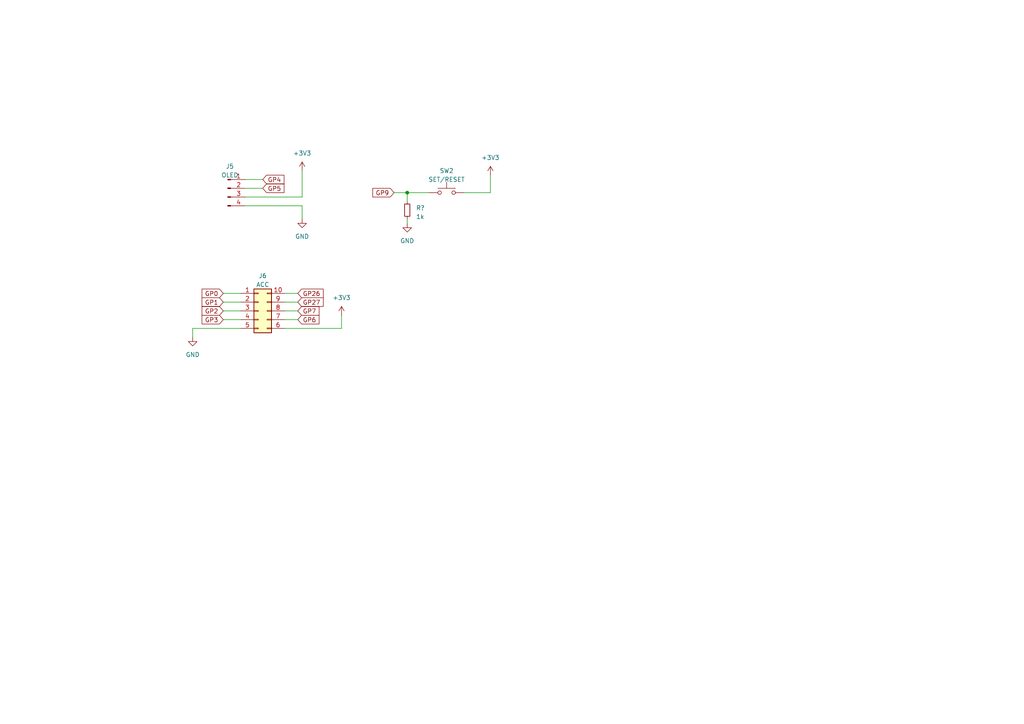
<source format=kicad_sch>
(kicad_sch (version 20230121) (generator eeschema)

  (uuid fb283032-2943-43f4-83fc-3ad68ab187ee)

  (paper "A4")

  (lib_symbols
    (symbol "Connector:Conn_01x04_Pin" (pin_names (offset 1.016) hide) (in_bom yes) (on_board yes)
      (property "Reference" "J" (at 0 5.08 0)
        (effects (font (size 1.27 1.27)))
      )
      (property "Value" "Conn_01x04_Pin" (at 0 -7.62 0)
        (effects (font (size 1.27 1.27)))
      )
      (property "Footprint" "" (at 0 0 0)
        (effects (font (size 1.27 1.27)) hide)
      )
      (property "Datasheet" "~" (at 0 0 0)
        (effects (font (size 1.27 1.27)) hide)
      )
      (property "ki_locked" "" (at 0 0 0)
        (effects (font (size 1.27 1.27)))
      )
      (property "ki_keywords" "connector" (at 0 0 0)
        (effects (font (size 1.27 1.27)) hide)
      )
      (property "ki_description" "Generic connector, single row, 01x04, script generated" (at 0 0 0)
        (effects (font (size 1.27 1.27)) hide)
      )
      (property "ki_fp_filters" "Connector*:*_1x??_*" (at 0 0 0)
        (effects (font (size 1.27 1.27)) hide)
      )
      (symbol "Conn_01x04_Pin_1_1"
        (polyline
          (pts
            (xy 1.27 -5.08)
            (xy 0.8636 -5.08)
          )
          (stroke (width 0.1524) (type default))
          (fill (type none))
        )
        (polyline
          (pts
            (xy 1.27 -2.54)
            (xy 0.8636 -2.54)
          )
          (stroke (width 0.1524) (type default))
          (fill (type none))
        )
        (polyline
          (pts
            (xy 1.27 0)
            (xy 0.8636 0)
          )
          (stroke (width 0.1524) (type default))
          (fill (type none))
        )
        (polyline
          (pts
            (xy 1.27 2.54)
            (xy 0.8636 2.54)
          )
          (stroke (width 0.1524) (type default))
          (fill (type none))
        )
        (rectangle (start 0.8636 -4.953) (end 0 -5.207)
          (stroke (width 0.1524) (type default))
          (fill (type outline))
        )
        (rectangle (start 0.8636 -2.413) (end 0 -2.667)
          (stroke (width 0.1524) (type default))
          (fill (type outline))
        )
        (rectangle (start 0.8636 0.127) (end 0 -0.127)
          (stroke (width 0.1524) (type default))
          (fill (type outline))
        )
        (rectangle (start 0.8636 2.667) (end 0 2.413)
          (stroke (width 0.1524) (type default))
          (fill (type outline))
        )
        (pin passive line (at 5.08 2.54 180) (length 3.81)
          (name "Pin_1" (effects (font (size 1.27 1.27))))
          (number "1" (effects (font (size 1.27 1.27))))
        )
        (pin passive line (at 5.08 0 180) (length 3.81)
          (name "Pin_2" (effects (font (size 1.27 1.27))))
          (number "2" (effects (font (size 1.27 1.27))))
        )
        (pin passive line (at 5.08 -2.54 180) (length 3.81)
          (name "Pin_3" (effects (font (size 1.27 1.27))))
          (number "3" (effects (font (size 1.27 1.27))))
        )
        (pin passive line (at 5.08 -5.08 180) (length 3.81)
          (name "Pin_4" (effects (font (size 1.27 1.27))))
          (number "4" (effects (font (size 1.27 1.27))))
        )
      )
    )
    (symbol "Connector_Generic:Conn_02x05_Counter_Clockwise" (pin_names (offset 1.016) hide) (in_bom yes) (on_board yes)
      (property "Reference" "J" (at 1.27 7.62 0)
        (effects (font (size 1.27 1.27)))
      )
      (property "Value" "Conn_02x05_Counter_Clockwise" (at 1.27 -7.62 0)
        (effects (font (size 1.27 1.27)))
      )
      (property "Footprint" "" (at 0 0 0)
        (effects (font (size 1.27 1.27)) hide)
      )
      (property "Datasheet" "~" (at 0 0 0)
        (effects (font (size 1.27 1.27)) hide)
      )
      (property "ki_keywords" "connector" (at 0 0 0)
        (effects (font (size 1.27 1.27)) hide)
      )
      (property "ki_description" "Generic connector, double row, 02x05, counter clockwise pin numbering scheme (similar to DIP package numbering), script generated (kicad-library-utils/schlib/autogen/connector/)" (at 0 0 0)
        (effects (font (size 1.27 1.27)) hide)
      )
      (property "ki_fp_filters" "Connector*:*_2x??_*" (at 0 0 0)
        (effects (font (size 1.27 1.27)) hide)
      )
      (symbol "Conn_02x05_Counter_Clockwise_1_1"
        (rectangle (start -1.27 -4.953) (end 0 -5.207)
          (stroke (width 0.1524) (type default))
          (fill (type none))
        )
        (rectangle (start -1.27 -2.413) (end 0 -2.667)
          (stroke (width 0.1524) (type default))
          (fill (type none))
        )
        (rectangle (start -1.27 0.127) (end 0 -0.127)
          (stroke (width 0.1524) (type default))
          (fill (type none))
        )
        (rectangle (start -1.27 2.667) (end 0 2.413)
          (stroke (width 0.1524) (type default))
          (fill (type none))
        )
        (rectangle (start -1.27 5.207) (end 0 4.953)
          (stroke (width 0.1524) (type default))
          (fill (type none))
        )
        (rectangle (start -1.27 6.35) (end 3.81 -6.35)
          (stroke (width 0.254) (type default))
          (fill (type background))
        )
        (rectangle (start 3.81 -4.953) (end 2.54 -5.207)
          (stroke (width 0.1524) (type default))
          (fill (type none))
        )
        (rectangle (start 3.81 -2.413) (end 2.54 -2.667)
          (stroke (width 0.1524) (type default))
          (fill (type none))
        )
        (rectangle (start 3.81 0.127) (end 2.54 -0.127)
          (stroke (width 0.1524) (type default))
          (fill (type none))
        )
        (rectangle (start 3.81 2.667) (end 2.54 2.413)
          (stroke (width 0.1524) (type default))
          (fill (type none))
        )
        (rectangle (start 3.81 5.207) (end 2.54 4.953)
          (stroke (width 0.1524) (type default))
          (fill (type none))
        )
        (pin passive line (at -5.08 5.08 0) (length 3.81)
          (name "Pin_1" (effects (font (size 1.27 1.27))))
          (number "1" (effects (font (size 1.27 1.27))))
        )
        (pin passive line (at 7.62 5.08 180) (length 3.81)
          (name "Pin_10" (effects (font (size 1.27 1.27))))
          (number "10" (effects (font (size 1.27 1.27))))
        )
        (pin passive line (at -5.08 2.54 0) (length 3.81)
          (name "Pin_2" (effects (font (size 1.27 1.27))))
          (number "2" (effects (font (size 1.27 1.27))))
        )
        (pin passive line (at -5.08 0 0) (length 3.81)
          (name "Pin_3" (effects (font (size 1.27 1.27))))
          (number "3" (effects (font (size 1.27 1.27))))
        )
        (pin passive line (at -5.08 -2.54 0) (length 3.81)
          (name "Pin_4" (effects (font (size 1.27 1.27))))
          (number "4" (effects (font (size 1.27 1.27))))
        )
        (pin passive line (at -5.08 -5.08 0) (length 3.81)
          (name "Pin_5" (effects (font (size 1.27 1.27))))
          (number "5" (effects (font (size 1.27 1.27))))
        )
        (pin passive line (at 7.62 -5.08 180) (length 3.81)
          (name "Pin_6" (effects (font (size 1.27 1.27))))
          (number "6" (effects (font (size 1.27 1.27))))
        )
        (pin passive line (at 7.62 -2.54 180) (length 3.81)
          (name "Pin_7" (effects (font (size 1.27 1.27))))
          (number "7" (effects (font (size 1.27 1.27))))
        )
        (pin passive line (at 7.62 0 180) (length 3.81)
          (name "Pin_8" (effects (font (size 1.27 1.27))))
          (number "8" (effects (font (size 1.27 1.27))))
        )
        (pin passive line (at 7.62 2.54 180) (length 3.81)
          (name "Pin_9" (effects (font (size 1.27 1.27))))
          (number "9" (effects (font (size 1.27 1.27))))
        )
      )
    )
    (symbol "Device:R_Small" (pin_numbers hide) (pin_names (offset 0.254) hide) (in_bom yes) (on_board yes)
      (property "Reference" "R" (at 0.762 0.508 0)
        (effects (font (size 1.27 1.27)) (justify left))
      )
      (property "Value" "R_Small" (at 0.762 -1.016 0)
        (effects (font (size 1.27 1.27)) (justify left))
      )
      (property "Footprint" "" (at 0 0 0)
        (effects (font (size 1.27 1.27)) hide)
      )
      (property "Datasheet" "~" (at 0 0 0)
        (effects (font (size 1.27 1.27)) hide)
      )
      (property "ki_keywords" "R resistor" (at 0 0 0)
        (effects (font (size 1.27 1.27)) hide)
      )
      (property "ki_description" "Resistor, small symbol" (at 0 0 0)
        (effects (font (size 1.27 1.27)) hide)
      )
      (property "ki_fp_filters" "R_*" (at 0 0 0)
        (effects (font (size 1.27 1.27)) hide)
      )
      (symbol "R_Small_0_1"
        (rectangle (start -0.762 1.778) (end 0.762 -1.778)
          (stroke (width 0.2032) (type default))
          (fill (type none))
        )
      )
      (symbol "R_Small_1_1"
        (pin passive line (at 0 2.54 270) (length 0.762)
          (name "~" (effects (font (size 1.27 1.27))))
          (number "1" (effects (font (size 1.27 1.27))))
        )
        (pin passive line (at 0 -2.54 90) (length 0.762)
          (name "~" (effects (font (size 1.27 1.27))))
          (number "2" (effects (font (size 1.27 1.27))))
        )
      )
    )
    (symbol "Switch:SW_Push" (pin_numbers hide) (pin_names (offset 1.016) hide) (in_bom yes) (on_board yes)
      (property "Reference" "SW" (at 1.27 2.54 0)
        (effects (font (size 1.27 1.27)) (justify left))
      )
      (property "Value" "SW_Push" (at 0 -1.524 0)
        (effects (font (size 1.27 1.27)))
      )
      (property "Footprint" "" (at 0 5.08 0)
        (effects (font (size 1.27 1.27)) hide)
      )
      (property "Datasheet" "~" (at 0 5.08 0)
        (effects (font (size 1.27 1.27)) hide)
      )
      (property "ki_keywords" "switch normally-open pushbutton push-button" (at 0 0 0)
        (effects (font (size 1.27 1.27)) hide)
      )
      (property "ki_description" "Push button switch, generic, two pins" (at 0 0 0)
        (effects (font (size 1.27 1.27)) hide)
      )
      (symbol "SW_Push_0_1"
        (circle (center -2.032 0) (radius 0.508)
          (stroke (width 0) (type default))
          (fill (type none))
        )
        (polyline
          (pts
            (xy 0 1.27)
            (xy 0 3.048)
          )
          (stroke (width 0) (type default))
          (fill (type none))
        )
        (polyline
          (pts
            (xy 2.54 1.27)
            (xy -2.54 1.27)
          )
          (stroke (width 0) (type default))
          (fill (type none))
        )
        (circle (center 2.032 0) (radius 0.508)
          (stroke (width 0) (type default))
          (fill (type none))
        )
        (pin passive line (at -5.08 0 0) (length 2.54)
          (name "1" (effects (font (size 1.27 1.27))))
          (number "1" (effects (font (size 1.27 1.27))))
        )
        (pin passive line (at 5.08 0 180) (length 2.54)
          (name "2" (effects (font (size 1.27 1.27))))
          (number "2" (effects (font (size 1.27 1.27))))
        )
      )
    )
    (symbol "power:+3.3V" (power) (pin_names (offset 0)) (in_bom yes) (on_board yes)
      (property "Reference" "#PWR" (at 0 -3.81 0)
        (effects (font (size 1.27 1.27)) hide)
      )
      (property "Value" "+3.3V" (at 0 3.556 0)
        (effects (font (size 1.27 1.27)))
      )
      (property "Footprint" "" (at 0 0 0)
        (effects (font (size 1.27 1.27)) hide)
      )
      (property "Datasheet" "" (at 0 0 0)
        (effects (font (size 1.27 1.27)) hide)
      )
      (property "ki_keywords" "power-flag" (at 0 0 0)
        (effects (font (size 1.27 1.27)) hide)
      )
      (property "ki_description" "Power symbol creates a global label with name \"+3.3V\"" (at 0 0 0)
        (effects (font (size 1.27 1.27)) hide)
      )
      (symbol "+3.3V_0_1"
        (polyline
          (pts
            (xy -0.762 1.27)
            (xy 0 2.54)
          )
          (stroke (width 0) (type default))
          (fill (type none))
        )
        (polyline
          (pts
            (xy 0 0)
            (xy 0 2.54)
          )
          (stroke (width 0) (type default))
          (fill (type none))
        )
        (polyline
          (pts
            (xy 0 2.54)
            (xy 0.762 1.27)
          )
          (stroke (width 0) (type default))
          (fill (type none))
        )
      )
      (symbol "+3.3V_1_1"
        (pin power_in line (at 0 0 90) (length 0) hide
          (name "+3V3" (effects (font (size 1.27 1.27))))
          (number "1" (effects (font (size 1.27 1.27))))
        )
      )
    )
    (symbol "power:GND" (power) (pin_names (offset 0)) (in_bom yes) (on_board yes)
      (property "Reference" "#PWR" (at 0 -6.35 0)
        (effects (font (size 1.27 1.27)) hide)
      )
      (property "Value" "GND" (at 0 -3.81 0)
        (effects (font (size 1.27 1.27)))
      )
      (property "Footprint" "" (at 0 0 0)
        (effects (font (size 1.27 1.27)) hide)
      )
      (property "Datasheet" "" (at 0 0 0)
        (effects (font (size 1.27 1.27)) hide)
      )
      (property "ki_keywords" "power-flag" (at 0 0 0)
        (effects (font (size 1.27 1.27)) hide)
      )
      (property "ki_description" "Power symbol creates a global label with name \"GND\" , ground" (at 0 0 0)
        (effects (font (size 1.27 1.27)) hide)
      )
      (symbol "GND_0_1"
        (polyline
          (pts
            (xy 0 0)
            (xy 0 -1.27)
            (xy 1.27 -1.27)
            (xy 0 -2.54)
            (xy -1.27 -1.27)
            (xy 0 -1.27)
          )
          (stroke (width 0) (type default))
          (fill (type none))
        )
      )
      (symbol "GND_1_1"
        (pin power_in line (at 0 0 270) (length 0) hide
          (name "GND" (effects (font (size 1.27 1.27))))
          (number "1" (effects (font (size 1.27 1.27))))
        )
      )
    )
  )

  (junction (at 118.11 55.88) (diameter 0) (color 0 0 0 0)
    (uuid c344a957-8fa7-493a-99fe-f8fa422a5a01)
  )

  (wire (pts (xy 118.11 55.88) (xy 118.11 58.42))
    (stroke (width 0) (type default))
    (uuid 02e75f73-e477-4755-8af9-9cb181903078)
  )
  (wire (pts (xy 64.77 87.63) (xy 69.85 87.63))
    (stroke (width 0) (type default))
    (uuid 0756041c-a3e4-4b34-aa26-be33b0054dfb)
  )
  (wire (pts (xy 118.11 55.88) (xy 124.46 55.88))
    (stroke (width 0) (type default))
    (uuid 3aed1a4c-3cb7-496a-8390-27527a40b6ac)
  )
  (wire (pts (xy 64.77 85.09) (xy 69.85 85.09))
    (stroke (width 0) (type default))
    (uuid 3cf49b41-c66c-4bab-8d82-eef3d0bba301)
  )
  (wire (pts (xy 87.63 59.69) (xy 87.63 63.5))
    (stroke (width 0) (type default))
    (uuid 3dc2a3bb-8c97-49dc-94f3-496045e2fdbc)
  )
  (wire (pts (xy 118.11 64.77) (xy 118.11 63.5))
    (stroke (width 0) (type default))
    (uuid 65afe456-1ce2-43eb-b353-d61fe8340002)
  )
  (wire (pts (xy 86.36 90.17) (xy 82.55 90.17))
    (stroke (width 0) (type default))
    (uuid 745a49c7-5b19-4be5-a2c2-1833cc238112)
  )
  (wire (pts (xy 71.12 54.61) (xy 76.2 54.61))
    (stroke (width 0) (type default))
    (uuid 765adc2c-5288-4211-b5a1-992337e80544)
  )
  (wire (pts (xy 86.36 92.71) (xy 82.55 92.71))
    (stroke (width 0) (type default))
    (uuid 81a192af-8b50-4b4a-b874-e499c527da21)
  )
  (wire (pts (xy 82.55 95.25) (xy 99.06 95.25))
    (stroke (width 0) (type default))
    (uuid 88dd9df3-b56f-4eae-ada5-21d00982b48f)
  )
  (wire (pts (xy 142.24 55.88) (xy 134.62 55.88))
    (stroke (width 0) (type default))
    (uuid 8ab9f8f9-46d3-4e94-8ef2-ad86bd7bee07)
  )
  (wire (pts (xy 64.77 90.17) (xy 69.85 90.17))
    (stroke (width 0) (type default))
    (uuid 8ad4f25a-befb-4ae8-9bc9-4d3eb86d906f)
  )
  (wire (pts (xy 71.12 59.69) (xy 87.63 59.69))
    (stroke (width 0) (type default))
    (uuid 8cc17039-9607-433c-bc69-f4fa883c74e8)
  )
  (wire (pts (xy 114.3 55.88) (xy 118.11 55.88))
    (stroke (width 0) (type default))
    (uuid 8d782d28-1605-4338-82cc-92569e58633c)
  )
  (wire (pts (xy 71.12 57.15) (xy 87.63 57.15))
    (stroke (width 0) (type default))
    (uuid 8f8452ab-e9a3-48bd-bfdc-af00ab8ae83b)
  )
  (wire (pts (xy 55.88 95.25) (xy 55.88 97.79))
    (stroke (width 0) (type default))
    (uuid b298d9c1-69fe-4b7b-9385-eaae1ff3722d)
  )
  (wire (pts (xy 99.06 95.25) (xy 99.06 91.44))
    (stroke (width 0) (type default))
    (uuid b6988eae-bb67-4bea-951b-90b4eb3d3715)
  )
  (wire (pts (xy 87.63 57.15) (xy 87.63 49.53))
    (stroke (width 0) (type default))
    (uuid d083f244-dccd-4966-a504-e812fb12e589)
  )
  (wire (pts (xy 142.24 50.8) (xy 142.24 55.88))
    (stroke (width 0) (type default))
    (uuid d2d61086-37c9-42a5-85f5-abe055d693ea)
  )
  (wire (pts (xy 69.85 95.25) (xy 55.88 95.25))
    (stroke (width 0) (type default))
    (uuid dd0faac9-c4b4-4e74-8b0d-09da6c41b54d)
  )
  (wire (pts (xy 86.36 87.63) (xy 82.55 87.63))
    (stroke (width 0) (type default))
    (uuid dd1f1079-ebe4-4e5f-a6b3-94ff7b1d8ff5)
  )
  (wire (pts (xy 71.12 52.07) (xy 76.2 52.07))
    (stroke (width 0) (type default))
    (uuid e2b296a0-66e4-4a4f-877d-3cc612550263)
  )
  (wire (pts (xy 86.36 85.09) (xy 82.55 85.09))
    (stroke (width 0) (type default))
    (uuid e537bbf1-2bb8-4b60-9c0d-353e6bbe6185)
  )
  (wire (pts (xy 64.77 92.71) (xy 69.85 92.71))
    (stroke (width 0) (type default))
    (uuid ffd01999-8deb-4070-a0d7-e444d6f7c0a4)
  )

  (global_label "GP6" (shape input) (at 86.36 92.71 0) (fields_autoplaced)
    (effects (font (size 1.27 1.27)) (justify left))
    (uuid 51832b5b-f570-49d2-ba08-dbdba5f0b0b8)
    (property "Intersheetrefs" "${INTERSHEET_REFS}" (at 93.0153 92.71 0)
      (effects (font (size 1.27 1.27)) (justify left) hide)
    )
  )
  (global_label "GP3" (shape input) (at 64.77 92.71 180) (fields_autoplaced)
    (effects (font (size 1.27 1.27)) (justify right))
    (uuid 7c434f21-595c-47f1-af49-44ee45db0866)
    (property "Intersheetrefs" "${INTERSHEET_REFS}" (at 58.1147 92.71 0)
      (effects (font (size 1.27 1.27)) (justify right) hide)
    )
  )
  (global_label "GP5" (shape input) (at 76.2 54.61 0) (fields_autoplaced)
    (effects (font (size 1.27 1.27)) (justify left))
    (uuid 8878cd38-694e-4650-9878-71cec4d754a8)
    (property "Intersheetrefs" "${INTERSHEET_REFS}" (at 82.8553 54.61 0)
      (effects (font (size 1.27 1.27)) (justify left) hide)
    )
  )
  (global_label "GP26" (shape input) (at 86.36 85.09 0) (fields_autoplaced)
    (effects (font (size 1.27 1.27)) (justify left))
    (uuid abe15b19-40dd-4d45-bfda-633804cf828b)
    (property "Intersheetrefs" "${INTERSHEET_REFS}" (at 94.2248 85.09 0)
      (effects (font (size 1.27 1.27)) (justify left) hide)
    )
  )
  (global_label "GP4" (shape input) (at 76.2 52.07 0) (fields_autoplaced)
    (effects (font (size 1.27 1.27)) (justify left))
    (uuid b49df5fc-116d-49d8-aedc-5d0a962f2752)
    (property "Intersheetrefs" "${INTERSHEET_REFS}" (at 82.8553 52.07 0)
      (effects (font (size 1.27 1.27)) (justify left) hide)
    )
  )
  (global_label "GP9" (shape input) (at 114.3 55.88 180) (fields_autoplaced)
    (effects (font (size 1.27 1.27)) (justify right))
    (uuid c0b9d325-3910-4bdf-b7e5-c41fb562bd11)
    (property "Intersheetrefs" "${INTERSHEET_REFS}" (at 107.6447 55.88 0)
      (effects (font (size 1.27 1.27)) (justify right) hide)
    )
  )
  (global_label "GP1" (shape input) (at 64.77 87.63 180) (fields_autoplaced)
    (effects (font (size 1.27 1.27)) (justify right))
    (uuid c19a7235-716a-4854-b1c7-051a17833791)
    (property "Intersheetrefs" "${INTERSHEET_REFS}" (at 58.1147 87.63 0)
      (effects (font (size 1.27 1.27)) (justify right) hide)
    )
  )
  (global_label "GP0" (shape input) (at 64.77 85.09 180) (fields_autoplaced)
    (effects (font (size 1.27 1.27)) (justify right))
    (uuid d1079a6f-1ba6-44bb-bc9f-92e62a4ad73f)
    (property "Intersheetrefs" "${INTERSHEET_REFS}" (at 58.1147 85.09 0)
      (effects (font (size 1.27 1.27)) (justify right) hide)
    )
  )
  (global_label "GP7" (shape input) (at 86.36 90.17 0) (fields_autoplaced)
    (effects (font (size 1.27 1.27)) (justify left))
    (uuid d2405517-389d-4d2a-93c1-59f4534660a9)
    (property "Intersheetrefs" "${INTERSHEET_REFS}" (at 93.0153 90.17 0)
      (effects (font (size 1.27 1.27)) (justify left) hide)
    )
  )
  (global_label "GP2" (shape input) (at 64.77 90.17 180) (fields_autoplaced)
    (effects (font (size 1.27 1.27)) (justify right))
    (uuid dda04d04-3f28-4a3c-bff2-c560669c4a91)
    (property "Intersheetrefs" "${INTERSHEET_REFS}" (at 58.1147 90.17 0)
      (effects (font (size 1.27 1.27)) (justify right) hide)
    )
  )
  (global_label "GP27" (shape input) (at 86.36 87.63 0) (fields_autoplaced)
    (effects (font (size 1.27 1.27)) (justify left))
    (uuid e5b6ab47-954a-43ab-a7e1-773409bd1201)
    (property "Intersheetrefs" "${INTERSHEET_REFS}" (at 94.2248 87.63 0)
      (effects (font (size 1.27 1.27)) (justify left) hide)
    )
  )

  (symbol (lib_id "power:+3.3V") (at 142.24 50.8 0) (unit 1)
    (in_bom yes) (on_board yes) (dnp no) (fields_autoplaced)
    (uuid 16b0641a-bac8-4f9e-b874-9201c45fc805)
    (property "Reference" "#PWR?" (at 142.24 54.61 0)
      (effects (font (size 1.27 1.27)) hide)
    )
    (property "Value" "+3.3V" (at 142.24 45.72 0)
      (effects (font (size 1.27 1.27)))
    )
    (property "Footprint" "" (at 142.24 50.8 0)
      (effects (font (size 1.27 1.27)) hide)
    )
    (property "Datasheet" "" (at 142.24 50.8 0)
      (effects (font (size 1.27 1.27)) hide)
    )
    (pin "1" (uuid 2bf79282-c7ab-46d7-b267-da49ef61708f))
    (instances
      (project "Prometheus_PCB"
        (path "/e45fcfed-f0fa-4774-a755-a370fc083a7b/d1e6e2eb-7008-4676-a994-18bb57665d3b"
          (reference "#PWR?") (unit 1)
        )
      )
      (project "Force sensor board"
        (path "/f137e4cd-6eab-42ee-a6e0-578fea995183/0d915788-e59a-41a6-a701-49ddece7bb46"
          (reference "#PWR?") (unit 1)
        )
        (path "/f137e4cd-6eab-42ee-a6e0-578fea995183/241b459e-da9d-495f-bc9f-221f4edb6a45"
          (reference "#PWR068") (unit 1)
        )
      )
    )
  )

  (symbol (lib_id "Switch:SW_Push") (at 129.54 55.88 0) (unit 1)
    (in_bom yes) (on_board yes) (dnp no) (fields_autoplaced)
    (uuid 212b9b18-9d87-4822-8810-6fa5c12032b0)
    (property "Reference" "SW2" (at 129.54 49.53 0)
      (effects (font (size 1.27 1.27)))
    )
    (property "Value" "SET/RESET" (at 129.54 52.07 0)
      (effects (font (size 1.27 1.27)))
    )
    (property "Footprint" "Button_Switch_SMD:SW_Push_SPST_NO_Alps_SKRK" (at 129.54 50.8 0)
      (effects (font (size 1.27 1.27)) hide)
    )
    (property "Datasheet" "~" (at 129.54 50.8 0)
      (effects (font (size 1.27 1.27)) hide)
    )
    (pin "1" (uuid dc71aa66-d591-4d3b-a1d4-82249f43044e))
    (pin "2" (uuid b58ea1f4-0ea0-4af7-b781-4aa8a6179fb2))
    (instances
      (project "Force sensor board"
        (path "/f137e4cd-6eab-42ee-a6e0-578fea995183/241b459e-da9d-495f-bc9f-221f4edb6a45"
          (reference "SW2") (unit 1)
        )
      )
    )
  )

  (symbol (lib_id "Connector:Conn_01x04_Pin") (at 66.04 54.61 0) (unit 1)
    (in_bom yes) (on_board yes) (dnp no) (fields_autoplaced)
    (uuid 5733197a-167a-472d-9c51-59c4677a6e1a)
    (property "Reference" "J5" (at 66.675 48.26 0)
      (effects (font (size 1.27 1.27)))
    )
    (property "Value" "OLED" (at 66.675 50.8 0)
      (effects (font (size 1.27 1.27)))
    )
    (property "Footprint" "Connector_PinHeader_2.54mm:PinHeader_1x04_P2.54mm_Vertical" (at 66.04 54.61 0)
      (effects (font (size 1.27 1.27)) hide)
    )
    (property "Datasheet" "~" (at 66.04 54.61 0)
      (effects (font (size 1.27 1.27)) hide)
    )
    (pin "1" (uuid 808a143e-8de2-4914-9caa-d7cd75eb8d35))
    (pin "2" (uuid 868db333-cbdb-45b4-b4c5-7b1ea4b7984a))
    (pin "3" (uuid 9a235c9c-d532-40c2-8193-88d1bdbd6153))
    (pin "4" (uuid f154d130-ad88-4a4e-94d4-05d43354b216))
    (instances
      (project "Force sensor board"
        (path "/f137e4cd-6eab-42ee-a6e0-578fea995183/241b459e-da9d-495f-bc9f-221f4edb6a45"
          (reference "J5") (unit 1)
        )
      )
    )
  )

  (symbol (lib_id "power:GND") (at 55.88 97.79 0) (unit 1)
    (in_bom yes) (on_board yes) (dnp no) (fields_autoplaced)
    (uuid 7ad43103-136b-4f9f-a3ba-32b1469cc085)
    (property "Reference" "#PWR?" (at 55.88 104.14 0)
      (effects (font (size 1.27 1.27)) hide)
    )
    (property "Value" "GND" (at 55.88 102.87 0)
      (effects (font (size 1.27 1.27)))
    )
    (property "Footprint" "" (at 55.88 97.79 0)
      (effects (font (size 1.27 1.27)) hide)
    )
    (property "Datasheet" "" (at 55.88 97.79 0)
      (effects (font (size 1.27 1.27)) hide)
    )
    (pin "1" (uuid b6038101-88eb-461e-ab43-fe98a3d14a0f))
    (instances
      (project "Prometheus_PCB"
        (path "/e45fcfed-f0fa-4774-a755-a370fc083a7b/d1e6e2eb-7008-4676-a994-18bb57665d3b"
          (reference "#PWR?") (unit 1)
        )
      )
      (project "Force sensor board"
        (path "/f137e4cd-6eab-42ee-a6e0-578fea995183/0d915788-e59a-41a6-a701-49ddece7bb46"
          (reference "#PWR?") (unit 1)
        )
        (path "/f137e4cd-6eab-42ee-a6e0-578fea995183/9c7a9ac9-2fbb-4216-998e-e4a21fbd8477"
          (reference "#PWR?") (unit 1)
        )
        (path "/f137e4cd-6eab-42ee-a6e0-578fea995183/241b459e-da9d-495f-bc9f-221f4edb6a45"
          (reference "#PWR071") (unit 1)
        )
      )
    )
  )

  (symbol (lib_id "power:GND") (at 87.63 63.5 0) (unit 1)
    (in_bom yes) (on_board yes) (dnp no) (fields_autoplaced)
    (uuid a54396b7-d8a1-49c9-be50-b9b1d4e0fe23)
    (property "Reference" "#PWR?" (at 87.63 69.85 0)
      (effects (font (size 1.27 1.27)) hide)
    )
    (property "Value" "GND" (at 87.63 68.58 0)
      (effects (font (size 1.27 1.27)))
    )
    (property "Footprint" "" (at 87.63 63.5 0)
      (effects (font (size 1.27 1.27)) hide)
    )
    (property "Datasheet" "" (at 87.63 63.5 0)
      (effects (font (size 1.27 1.27)) hide)
    )
    (pin "1" (uuid 22ea327a-1987-40a5-9012-70bab2ea3ce3))
    (instances
      (project "Prometheus_PCB"
        (path "/e45fcfed-f0fa-4774-a755-a370fc083a7b/d1e6e2eb-7008-4676-a994-18bb57665d3b"
          (reference "#PWR?") (unit 1)
        )
      )
      (project "Force sensor board"
        (path "/f137e4cd-6eab-42ee-a6e0-578fea995183/0d915788-e59a-41a6-a701-49ddece7bb46"
          (reference "#PWR?") (unit 1)
        )
        (path "/f137e4cd-6eab-42ee-a6e0-578fea995183/9c7a9ac9-2fbb-4216-998e-e4a21fbd8477"
          (reference "#PWR?") (unit 1)
        )
        (path "/f137e4cd-6eab-42ee-a6e0-578fea995183/241b459e-da9d-495f-bc9f-221f4edb6a45"
          (reference "#PWR069") (unit 1)
        )
      )
    )
  )

  (symbol (lib_id "Device:R_Small") (at 118.11 60.96 180) (unit 1)
    (in_bom yes) (on_board yes) (dnp no) (fields_autoplaced)
    (uuid aa7d81a5-7aa5-45d0-96ea-57c55e381f7e)
    (property "Reference" "R?" (at 120.65 60.325 0)
      (effects (font (size 1.27 1.27)) (justify right))
    )
    (property "Value" "1k" (at 120.65 62.865 0)
      (effects (font (size 1.27 1.27)) (justify right))
    )
    (property "Footprint" "Resistor_SMD:R_0603_1608Metric" (at 118.11 60.96 0)
      (effects (font (size 1.27 1.27)) hide)
    )
    (property "Datasheet" "~" (at 118.11 60.96 0)
      (effects (font (size 1.27 1.27)) hide)
    )
    (pin "1" (uuid 4451ac7b-e452-431c-b4bd-b0a8f89aa785))
    (pin "2" (uuid 38724896-f20c-4777-a00f-911d283f128a))
    (instances
      (project "Force sensor board"
        (path "/f137e4cd-6eab-42ee-a6e0-578fea995183/71764e63-0511-4a08-b9c4-d1556f5d075a"
          (reference "R?") (unit 1)
        )
        (path "/f137e4cd-6eab-42ee-a6e0-578fea995183/241b459e-da9d-495f-bc9f-221f4edb6a45"
          (reference "R17") (unit 1)
        )
      )
    )
  )

  (symbol (lib_id "power:GND") (at 118.11 64.77 0) (unit 1)
    (in_bom yes) (on_board yes) (dnp no) (fields_autoplaced)
    (uuid d02c039f-3e72-419f-b3f5-e2a76c88602e)
    (property "Reference" "#PWR?" (at 118.11 71.12 0)
      (effects (font (size 1.27 1.27)) hide)
    )
    (property "Value" "GND" (at 118.11 69.85 0)
      (effects (font (size 1.27 1.27)))
    )
    (property "Footprint" "" (at 118.11 64.77 0)
      (effects (font (size 1.27 1.27)) hide)
    )
    (property "Datasheet" "" (at 118.11 64.77 0)
      (effects (font (size 1.27 1.27)) hide)
    )
    (pin "1" (uuid d5a0061f-4a6b-4bb7-8317-ae0922308013))
    (instances
      (project "Prometheus_PCB"
        (path "/e45fcfed-f0fa-4774-a755-a370fc083a7b/d1e6e2eb-7008-4676-a994-18bb57665d3b"
          (reference "#PWR?") (unit 1)
        )
      )
      (project "Force sensor board"
        (path "/f137e4cd-6eab-42ee-a6e0-578fea995183/0d915788-e59a-41a6-a701-49ddece7bb46"
          (reference "#PWR?") (unit 1)
        )
        (path "/f137e4cd-6eab-42ee-a6e0-578fea995183/9c7a9ac9-2fbb-4216-998e-e4a21fbd8477"
          (reference "#PWR?") (unit 1)
        )
        (path "/f137e4cd-6eab-42ee-a6e0-578fea995183/241b459e-da9d-495f-bc9f-221f4edb6a45"
          (reference "#PWR070") (unit 1)
        )
      )
    )
  )

  (symbol (lib_id "power:+3.3V") (at 99.06 91.44 0) (unit 1)
    (in_bom yes) (on_board yes) (dnp no) (fields_autoplaced)
    (uuid e1f4c35a-d423-45d9-9b3b-aff9a5468541)
    (property "Reference" "#PWR?" (at 99.06 95.25 0)
      (effects (font (size 1.27 1.27)) hide)
    )
    (property "Value" "+3.3V" (at 99.06 86.36 0)
      (effects (font (size 1.27 1.27)))
    )
    (property "Footprint" "" (at 99.06 91.44 0)
      (effects (font (size 1.27 1.27)) hide)
    )
    (property "Datasheet" "" (at 99.06 91.44 0)
      (effects (font (size 1.27 1.27)) hide)
    )
    (pin "1" (uuid 413d5d75-cf38-4b13-8cb9-f30a551ec26d))
    (instances
      (project "Prometheus_PCB"
        (path "/e45fcfed-f0fa-4774-a755-a370fc083a7b/d1e6e2eb-7008-4676-a994-18bb57665d3b"
          (reference "#PWR?") (unit 1)
        )
      )
      (project "Force sensor board"
        (path "/f137e4cd-6eab-42ee-a6e0-578fea995183/0d915788-e59a-41a6-a701-49ddece7bb46"
          (reference "#PWR?") (unit 1)
        )
        (path "/f137e4cd-6eab-42ee-a6e0-578fea995183/241b459e-da9d-495f-bc9f-221f4edb6a45"
          (reference "#PWR072") (unit 1)
        )
      )
    )
  )

  (symbol (lib_id "power:+3.3V") (at 87.63 49.53 0) (unit 1)
    (in_bom yes) (on_board yes) (dnp no) (fields_autoplaced)
    (uuid e2c697d8-3703-429e-9174-867d33420c90)
    (property "Reference" "#PWR?" (at 87.63 53.34 0)
      (effects (font (size 1.27 1.27)) hide)
    )
    (property "Value" "+3.3V" (at 87.63 44.45 0)
      (effects (font (size 1.27 1.27)))
    )
    (property "Footprint" "" (at 87.63 49.53 0)
      (effects (font (size 1.27 1.27)) hide)
    )
    (property "Datasheet" "" (at 87.63 49.53 0)
      (effects (font (size 1.27 1.27)) hide)
    )
    (pin "1" (uuid aefc06d8-2b5b-4274-8115-5257bb971e55))
    (instances
      (project "Prometheus_PCB"
        (path "/e45fcfed-f0fa-4774-a755-a370fc083a7b/d1e6e2eb-7008-4676-a994-18bb57665d3b"
          (reference "#PWR?") (unit 1)
        )
      )
      (project "Force sensor board"
        (path "/f137e4cd-6eab-42ee-a6e0-578fea995183/0d915788-e59a-41a6-a701-49ddece7bb46"
          (reference "#PWR?") (unit 1)
        )
        (path "/f137e4cd-6eab-42ee-a6e0-578fea995183/241b459e-da9d-495f-bc9f-221f4edb6a45"
          (reference "#PWR067") (unit 1)
        )
      )
    )
  )

  (symbol (lib_id "Connector_Generic:Conn_02x05_Counter_Clockwise") (at 74.93 90.17 0) (unit 1)
    (in_bom yes) (on_board yes) (dnp no) (fields_autoplaced)
    (uuid fa54e3c3-4145-4192-9de6-9ea47bddecb8)
    (property "Reference" "J6" (at 76.2 80.01 0)
      (effects (font (size 1.27 1.27)))
    )
    (property "Value" "ACC" (at 76.2 82.55 0)
      (effects (font (size 1.27 1.27)))
    )
    (property "Footprint" "Connector_PinHeader_1.27mm:PinHeader_2x05_P1.27mm_Vertical" (at 74.93 90.17 0)
      (effects (font (size 1.27 1.27)) hide)
    )
    (property "Datasheet" "~" (at 74.93 90.17 0)
      (effects (font (size 1.27 1.27)) hide)
    )
    (pin "1" (uuid 7856980d-e64a-4abb-991b-01753db37144))
    (pin "10" (uuid 4fcc6472-50cd-48e4-ac37-33e26fc4cce3))
    (pin "2" (uuid bca3bb9a-ebf0-4cbc-b03b-fe1abf9d412d))
    (pin "3" (uuid 3eff5db8-39ae-4d08-84f5-8460dc7ddda9))
    (pin "4" (uuid 90116906-ee98-474e-bd7d-7f2d8ed9fb58))
    (pin "5" (uuid 5fab6757-c5be-4399-a3eb-162a5617265e))
    (pin "6" (uuid 6882023a-5fdf-49c6-88d5-743c5c23db2b))
    (pin "7" (uuid 0092e184-9e15-43eb-b7ed-aa2909acd900))
    (pin "8" (uuid d1dc5839-fc28-4dda-96c7-beba501bae2c))
    (pin "9" (uuid 341e6d1f-0b3f-4a4f-acf8-8a6bddbedb3b))
    (instances
      (project "Force sensor board"
        (path "/f137e4cd-6eab-42ee-a6e0-578fea995183/241b459e-da9d-495f-bc9f-221f4edb6a45"
          (reference "J6") (unit 1)
        )
      )
    )
  )
)

</source>
